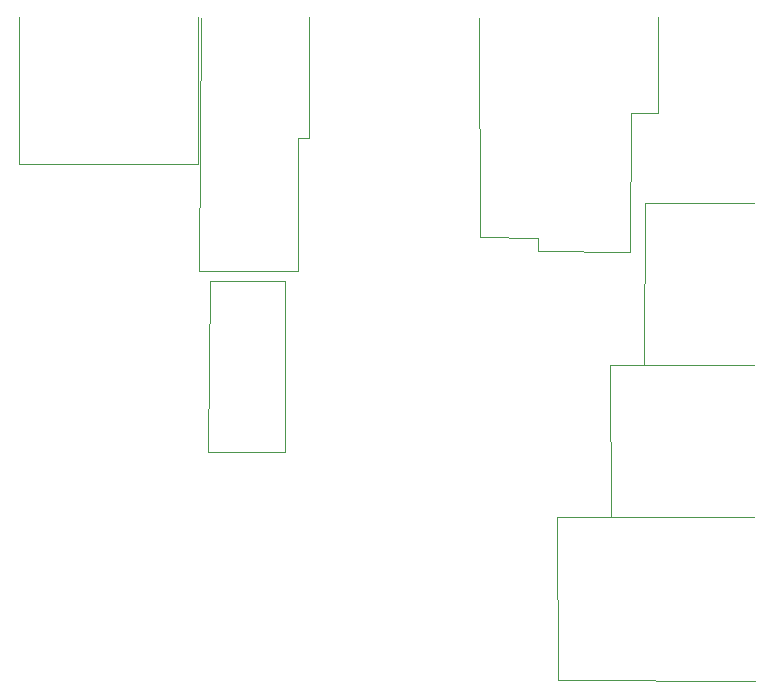
<source format=gbo>
G04 #@! TF.FileFunction,Legend,Bot*
%FSLAX46Y46*%
G04 Gerber Fmt 4.6, Leading zero omitted, Abs format (unit mm)*
G04 Created by KiCad (PCBNEW 4.0.7) date 07/15/18 15:00:33*
%MOMM*%
%LPD*%
G01*
G04 APERTURE LIST*
%ADD10C,2.000000*%
%ADD11C,0.101600*%
G04 APERTURE END LIST*
D10*
D11*
X160705800Y-94919800D02*
X160680400Y-76352400D01*
X165658800Y-94996000D02*
X160705800Y-94919800D01*
X165658800Y-96139000D02*
X165658800Y-94996000D01*
X173482000Y-96164400D02*
X165658800Y-96139000D01*
X173507400Y-84455000D02*
X173482000Y-96164400D01*
X175818800Y-84429600D02*
X173507400Y-84455000D01*
X175844200Y-76250800D02*
X175818800Y-84429600D01*
X174675800Y-92024200D02*
X183946800Y-91998800D01*
X174650400Y-105765600D02*
X174675800Y-92024200D01*
X171754800Y-105791000D02*
X183946800Y-105765600D01*
X171831000Y-118643400D02*
X171754800Y-105791000D01*
X167233600Y-118618000D02*
X183946800Y-118643400D01*
X167309800Y-132461000D02*
X167233600Y-118618000D01*
X183997600Y-132486400D02*
X167309800Y-132461000D01*
X144246600Y-98628200D02*
X144221200Y-98704400D01*
X144221200Y-113157000D02*
X144246600Y-98628200D01*
X137693400Y-113157000D02*
X144221200Y-113157000D01*
X137896600Y-98653600D02*
X137693400Y-113157000D01*
X144246600Y-98602800D02*
X137896600Y-98653600D01*
X136956800Y-97815400D02*
X137134600Y-76352400D01*
X145338800Y-97790000D02*
X136956800Y-97815400D01*
X145313400Y-86537800D02*
X145338800Y-97790000D01*
X146278600Y-86537800D02*
X145313400Y-86537800D01*
X146227800Y-76276200D02*
X146278600Y-86537800D01*
X136906000Y-88747600D02*
X136880600Y-76301600D01*
X121716800Y-88696800D02*
X136906000Y-88747600D01*
X121716800Y-76276200D02*
X121716800Y-88696800D01*
M02*

</source>
